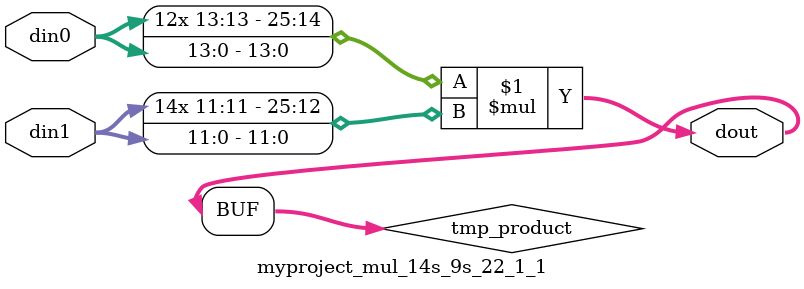
<source format=v>

`timescale 1 ns / 1 ps

 module myproject_mul_14s_9s_22_1_1(din0, din1, dout);
parameter ID = 1;
parameter NUM_STAGE = 0;
parameter din0_WIDTH = 14;
parameter din1_WIDTH = 12;
parameter dout_WIDTH = 26;

input [din0_WIDTH - 1 : 0] din0; 
input [din1_WIDTH - 1 : 0] din1; 
output [dout_WIDTH - 1 : 0] dout;

wire signed [dout_WIDTH - 1 : 0] tmp_product;



























assign tmp_product = $signed(din0) * $signed(din1);








assign dout = tmp_product;





















endmodule

</source>
